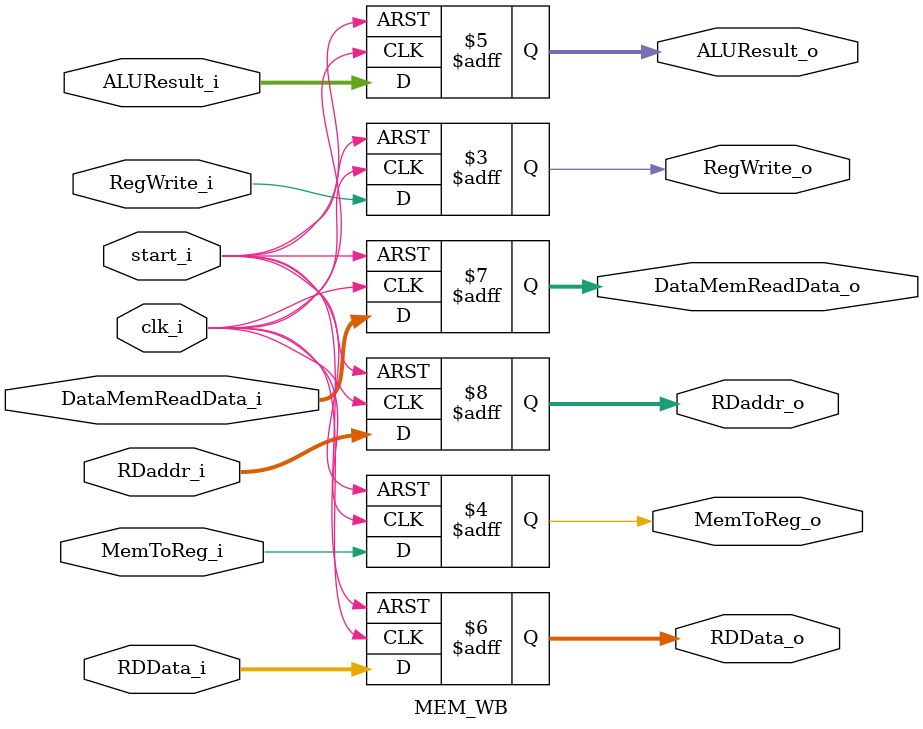
<source format=v>
`timescale 1ns/10ps
module MEM_WB(
	clk_i,
	start_i,
	ALUResult_i,
	RDData_i,
	RDaddr_i,
	RegWrite_i,
	MemToReg_i,
	DataMemReadData_i,
	ALUResult_o,
	RDData_o,
	RDaddr_o,
	RegWrite_o,
	MemToReg_o,
	DataMemReadData_o
);

input	clk_i, RegWrite_i, MemToReg_i, start_i;
input	[31:0]	ALUResult_i, RDData_i, DataMemReadData_i;
input	[4:0]	RDaddr_i;

output	 RegWrite_o, MemToReg_o;
output	[31:0]	ALUResult_o, RDData_o, DataMemReadData_o;

reg	 RegWrite_o, MemToReg_o;
reg	[31:0]	ALUResult_o, RDData_o, DataMemReadData_o;
output reg	[4:0]	RDaddr_o;

always@(posedge clk_i or negedge start_i) begin
	if(~start_i) begin
		ALUResult_o <= 0;
		RDData_o <= 0;
		RDaddr_o <= 0;
		RegWrite_o <= 0;
		MemToReg_o <= 0;
		DataMemReadData_o<=0;
	end
	else begin
		ALUResult_o <= ALUResult_i;
		RDData_o <= RDData_i;
		RDaddr_o <= RDaddr_i;
		RegWrite_o <= RegWrite_i;
		MemToReg_o <= MemToReg_i;
		DataMemReadData_o <= DataMemReadData_i;
	end
end

endmodule







</source>
